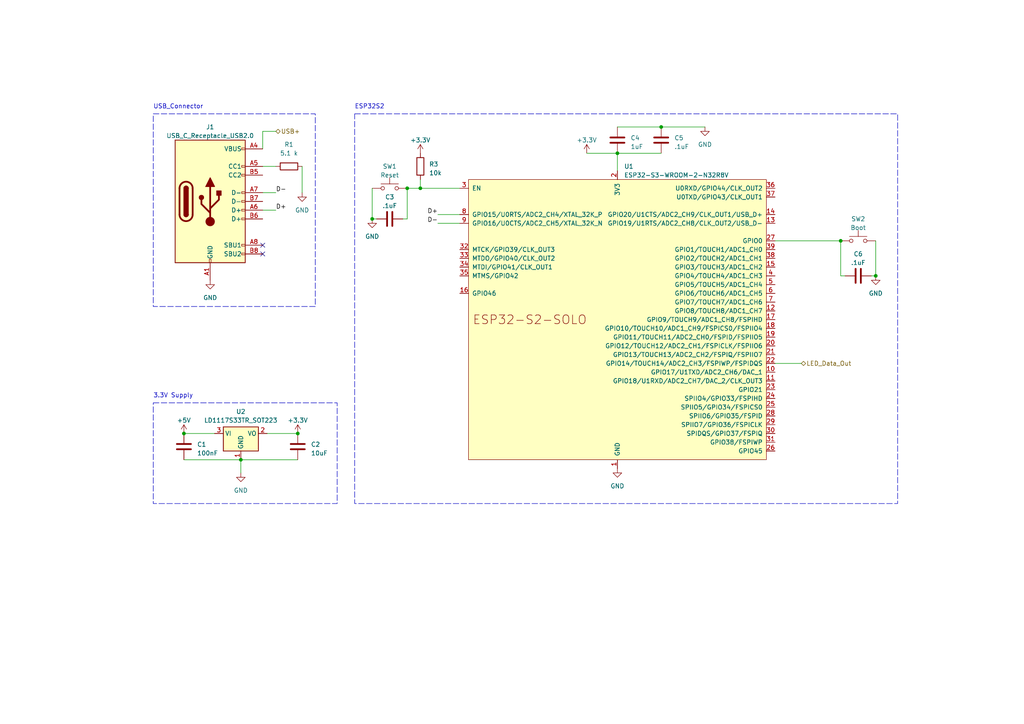
<source format=kicad_sch>
(kicad_sch (version 20231120) (generator "eeschema") (generator_version "8.0")
  (paper "A4")
  (lib_symbols
    (symbol "Connector:USB_C_Receptacle_USB2.0" (pin_names (offset 1.016))
      (property "Reference" "J1" (at 0 21.59 0))
      (property "Value" "USB_C_Receptacle_USB2.0" (at 0 19.05 0))
      (symbol "USB_C_Receptacle_USB2.0_0_0"
        (rectangle (start -0.254 -17.78) (end 0.254 -16.764))
        (rectangle (start 10.16 -14.986) (end 9.144 -15.494))
        (rectangle (start 10.16 -12.446) (end 9.144 -12.954))
        (rectangle (start 10.16 -4.826) (end 9.144 -5.334))
        (rectangle (start 10.16 -2.286) (end 9.144 -2.794))
        (rectangle (start 10.16 0.254) (end 9.144 -0.254))
        (rectangle (start 10.16 2.794) (end 9.144 2.286))
        (rectangle (start 10.16 7.874) (end 9.144 7.366))
        (rectangle (start 10.16 10.414) (end 9.144 9.906))
        (rectangle (start 10.16 15.494) (end 9.144 14.986))
      )
      (symbol "USB_C_Receptacle_USB2.0_0_1"
        (rectangle (start -10.16 17.78) (end 10.16 -17.78) (stroke (width 0.254)) (fill (type background)))
        (arc (start -8.89 -3.81) (mid -6.985 -5.7067) (end -5.08 -3.81) (stroke (width 0.508)))
        (arc (start -7.62 -3.81) (mid -6.985 -4.4423) (end -6.35 -3.81) (stroke (width 0.254)))
        (arc (start -7.62 -3.81) (mid -6.985 -4.4423) (end -6.35 -3.81) (stroke (width 0.254)) (fill (type outline)))
        (rectangle (start -7.62 -3.81) (end -6.35 3.81) (stroke (width 0.254)) (fill (type outline)))
        (arc (start -6.35 3.81) (mid -6.985 4.4423) (end -7.62 3.81) (stroke (width 0.254)))
        (arc (start -6.35 3.81) (mid -6.985 4.4423) (end -7.62 3.81) (stroke (width 0.254)) (fill (type outline)))
        (arc (start -5.08 3.81) (mid -6.985 5.7067) (end -8.89 3.81) (stroke (width 0.508)))
        (circle (center -2.54 1.143) (radius 0.635) (stroke (width 0.254)) (fill (type outline)))
        (circle (center 0 -5.842) (radius 1.27) (fill (type outline)))
        (polyline (pts (xy -8.89 -3.81) (xy -8.89 3.81)) (stroke (width 0.508)))
        (polyline (pts (xy -5.08 3.81) (xy -5.08 -3.81)) (stroke (width 0.508)))
        (polyline (pts (xy 0 -5.842) (xy 0 4.318)) (stroke (width 0.508)))
        (polyline (pts (xy 0 -3.302) (xy -2.54 -0.762) (xy -2.54 0.508)) (stroke (width 0.508)))
        (polyline (pts (xy 0 -2.032) (xy 2.54 0.508) (xy 2.54 1.778)) (stroke (width 0.508)))
        (polyline (pts (xy -1.27 4.318) (xy 0 6.858) (xy 1.27 4.318) (xy -1.27 4.318)) (stroke (width 0.254)) (fill (type outline)))
        (rectangle (start 1.905 1.778) (end 3.175 3.048) (stroke (width 0.254)) (fill (type outline)))
      )
      (symbol "USB_C_Receptacle_USB2.0_1_1"
        (pin passive line (at 0 -22.86 90) (length 5.08) (name "GND") (number "A1"))
        (pin passive line (at 0 -22.86 90) (length 5.08) hide (name "GND") (number "A12"))
        (pin passive line (at 15.24 15.24 180) (length 5.08) (name "VBUS") (number "A4"))
        (pin bidirectional line (at 15.24 10.16 180) (length 5.08) (name "CC1") (number "A5"))
        (pin bidirectional line (at 15.24 -2.54 180) (length 5.08) (name "D+") (number "A6"))
        (pin bidirectional line (at 15.24 2.54 180) (length 5.08) (name "D-") (number "A7"))
        (pin bidirectional line (at 15.24 -12.7 180) (length 5.08) (name "SBU1") (number "A8"))
        (pin passive line (at 15.24 15.24 180) (length 5.08) hide (name "VBUS") (number "A9"))
        (pin passive line (at 0 -22.86 90) (length 5.08) hide (name "GND") (number "B1"))
        (pin passive line (at 0 -22.86 90) (length 5.08) hide (name "GND") (number "B12"))
        (pin passive line (at 15.24 15.24 180) (length 5.08) hide (name "VBUS") (number "B4"))
        (pin bidirectional line (at 15.24 7.62 180) (length 5.08) (name "CC2") (number "B5"))
        (pin bidirectional line (at 15.24 -5.08 180) (length 5.08) (name "D+") (number "B6"))
        (pin bidirectional line (at 15.24 0 180) (length 5.08) (name "D-") (number "B7"))
        (pin bidirectional line (at 15.24 -15.24 180) (length 5.08) (name "SBU2") (number "B8"))
        (pin passive line (at 15.24 15.24 180) (length 5.08) hide (name "VBUS") (number "B9"))
      )
    )
    (symbol "Device:C" (pin_numbers hide) (pin_names (offset 0.254))
      (property "Reference" "C" (at 0.635 2.54 0))
      (property "Value" "C" (at 0.635 -2.54 0))
      (symbol "C_0_1"
        (polyline (pts (xy -2.032 -0.762) (xy 2.032 -0.762)) (stroke (width 0.508)))
        (polyline (pts (xy -2.032 0.762) (xy 2.032 0.762)) (stroke (width 0.508)))
      )
      (symbol "C_1_1"
        (pin passive line (at 0 3.81 270) (length 2.794) (name "~") (number "1"))
        (pin passive line (at 0 -3.81 90) (length 2.794) (name "~") (number "2"))
      )
    )
    (symbol "Device:R" (pin_numbers hide) (pin_names (offset 0))
      (property "Reference" "R" (at 2.032 0 90))
      (property "Value" "R" (at 0 0 90))
      (symbol "R_0_1"
        (rectangle (start -1.016 -2.54) (end 1.016 2.54) (stroke (width 0.254)))
      )
      (symbol "R_1_1"
        (pin passive line (at 0 3.81 270) (length 1.27) (name "~") (number "1"))
        (pin passive line (at 0 -3.81 90) (length 1.27) (name "~") (number "2"))
      )
    )
    (symbol "Regulator_Linear:LD1117S33TR_SOT223"
      (property "Reference" "U" (at -3.81 3.175 0))
      (property "Value" "LD1117S33TR_SOT223" (at 0 3.175 0))
      (symbol "LD1117S33TR_SOT223_0_1"
        (rectangle (start -5.08 -5.08) (end 5.08 1.905) (stroke (width 0.254)) (fill (type background)))
      )
      (symbol "LD1117S33TR_SOT223_1_1"
        (pin power_in line (at 0 -7.62 90) (length 2.54) (name "GND") (number "1"))
        (pin power_out line (at 7.62 0 180) (length 2.54) (name "VO") (number "2"))
        (pin power_in line (at -7.62 0 0) (length 2.54) (name "VI") (number "3"))
      )
    )
    (symbol "Switch:SW_Omron_B3FS" (pin_numbers hide) (pin_names (offset 1.016) hide)
      (property "Reference" "SW" (at 1.27 2.54 0))
      (property "Value" "SW_Omron_B3FS" (at 0 -1.524 0))
      (symbol "SW_Omron_B3FS_0_1"
        (circle (center -2.032 0) (radius 0.508))
        (polyline (pts (xy 0 1.27) (xy 0 3.048)))
        (polyline (pts (xy 2.54 1.27) (xy -2.54 1.27)))
        (circle (center 2.032 0) (radius 0.508))
        (pin passive line (at -5.08 0 0) (length 2.54) (name "1") (number "1"))
        (pin passive line (at 5.08 0 180) (length 2.54) (name "2") (number "2"))
      )
    )
    (symbol "esp32:ESP32-S2-SOLO" (pin_names (offset 1.016))
      (property "Reference" "U" (at -43.18 45.72 0))
      (property "Value" "ESP32-S2-SOLO" (at -43.18 43.18 0))
      (symbol "ESP32-S2-SOLO_0_1"
        (rectangle (start -43.18 40.64) (end 43.18 -40.64) (fill (type background)))
      )
      (symbol "ESP32-S2-SOLO_1_1"
        (text "ESP32-S2-SOLO" (at -25.4 0 0) (effects (font (size 2.54 2.54))))
        (pin power_in line (at 0 -43.18 90) (length 2.54) (name "GND") (number "1"))
        (pin bidirectional line (at 45.72 -15.24 180) (length 2.54) (name "GPIO17/U1TXD/ADC2_CH6/DAC_1") (number "10"))
        (pin bidirectional line (at 45.72 -17.78 180) (length 2.54) (name "GPIO18/U1RXD/ADC2_CH7/DAC_2/CLK_OUT3") (number "11"))
        (pin bidirectional line (at 45.72 2.54 180) (length 2.54) (name "GPIO8/TOUCH8/ADC1_CH7") (number "12"))
        (pin bidirectional line (at 45.72 27.94 180) (length 2.54) (name "GPIO19/U1RTS/ADC2_CH8/CLK_OUT2/USB_D-") (number "13"))
        (pin bidirectional line (at 45.72 30.48 180) (length 2.54) (name "GPIO20/U1CTS/ADC2_CH9/CLK_OUT1/USB_D+") (number "14"))
        (pin bidirectional line (at 45.72 15.24 180) (length 2.54) (name "GPIO3/TOUCH3/ADC1_CH2") (number "15"))
        (pin input line (at -45.72 7.62 0) (length 2.54) (name "GPIO46") (number "16"))
        (pin bidirectional line (at 45.72 0 180) (length 2.54) (name "GPIO9/TOUCH9/ADC1_CH8/FSPIHD") (number "17"))
        (pin bidirectional line (at 45.72 -2.54 180) (length 2.54) (name "GPIO10/TOUCH10/ADC1_CH9/FSPICS0/FSPIIO4") (number "18"))
        (pin bidirectional line (at 45.72 -5.08 180) (length 2.54) (name "GPIO11/TOUCH11/ADC2_CH0/FSPID/FSPIIO5") (number "19"))
        (pin power_in line (at 0 43.18 270) (length 2.54) (name "3V3") (number "2"))
        (pin bidirectional line (at 45.72 -7.62 180) (length 2.54) (name "GPIO12/TOUCH12/ADC2_CH1/FSPICLK/FSPIIO6") (number "20"))
        (pin bidirectional line (at 45.72 -10.16 180) (length 2.54) (name "GPIO13/TOUCH13/ADC2_CH2/FSPIQ/FSPIIO7") (number "21"))
        (pin bidirectional line (at 45.72 -12.7 180) (length 2.54) (name "GPIO14/TOUCH14/ADC2_CH3/FSPIWP/FSPIDQS") (number "22"))
        (pin bidirectional line (at 45.72 -20.32 180) (length 2.54) (name "GPIO21") (number "23"))
        (pin bidirectional line (at 45.72 -22.86 180) (length 2.54) (name "SPIIO4/GPIO33/FSPIHD") (number "24"))
        (pin bidirectional line (at 45.72 -25.4 180) (length 2.54) (name "SPIIO5/GPIO34/FSPICS0") (number "25"))
        (pin bidirectional line (at 45.72 -38.1 180) (length 2.54) (name "GPIO45") (number "26"))
        (pin bidirectional line (at 45.72 22.86 180) (length 2.54) (name "GPIO0") (number "27"))
        (pin bidirectional line (at 45.72 -27.94 180) (length 2.54) (name "SPIIO6/GPIO35/FSPID") (number "28"))
        (pin bidirectional line (at 45.72 -30.48 180) (length 2.54) (name "SPIIO7/GPIO36/FSPICLK") (number "29"))
        (pin bidirectional line (at -45.72 38.1 0) (length 2.54) (name "EN") (number "3"))
        (pin bidirectional line (at 45.72 -33.02 180) (length 2.54) (name "SPIDQS/GPIO37/FSPIQ") (number "30"))
        (pin bidirectional line (at 45.72 -35.56 180) (length 2.54) (name "GPIO38/FSPIWP") (number "31"))
        (pin bidirectional line (at -45.72 20.32 0) (length 2.54) (name "MTCK/GPIO39/CLK_OUT3") (number "32"))
        (pin bidirectional line (at -45.72 17.78 0) (length 2.54) (name "MTDO/GPIO40/CLK_OUT2") (number "33"))
        (pin bidirectional line (at -45.72 15.24 0) (length 2.54) (name "MTDI/GPIO41/CLK_OUT1") (number "34"))
        (pin bidirectional line (at -45.72 12.7 0) (length 2.54) (name "MTMS/GPIO42") (number "35"))
        (pin bidirectional line (at 45.72 38.1 180) (length 2.54) (name "U0RXD/GPIO44/CLK_OUT2") (number "36"))
        (pin bidirectional line (at 45.72 35.56 180) (length 2.54) (name "U0TXD/GPIO43/CLK_OUT1") (number "37"))
        (pin bidirectional line (at 45.72 17.78 180) (length 2.54) (name "GPIO2/TOUCH2/ADC1_CH1") (number "38"))
        (pin bidirectional line (at 45.72 20.32 180) (length 2.54) (name "GPIO1/TOUCH1/ADC1_CH0") (number "39"))
        (pin bidirectional line (at 45.72 12.7 180) (length 2.54) (name "GPIO4/TOUCH4/ADC1_CH3") (number "4"))
        (pin passive line (at 0 -43.18 90) (length 2.54) hide (name "GND") (number "40"))
        (pin passive line (at 0 -43.18 90) (length 2.54) hide (name "GND") (number "41"))
        (pin bidirectional line (at 45.72 10.16 180) (length 2.54) (name "GPIO5/TOUCH5/ADC1_CH4") (number "5"))
        (pin bidirectional line (at 45.72 7.62 180) (length 2.54) (name "GPIO6/TOUCH6/ADC1_CH5") (number "6"))
        (pin bidirectional line (at 45.72 5.08 180) (length 2.54) (name "GPIO7/TOUCH7/ADC1_CH6") (number "7"))
        (pin bidirectional line (at -45.72 30.48 0) (length 2.54) (name "GPIO15/U0RTS/ADC2_CH4/XTAL_32K_P") (number "8"))
        (pin bidirectional line (at -45.72 27.94 0) (length 2.54) (name "GPIO16/U0CTS/ADC2_CH5/XTAL_32K_N") (number "9"))
      )
    )
    (symbol "power:+3.3V" (power) (pin_names (offset 0))
      (property "Value" "+3.3V" (at 0 3.556 0))
      (symbol "+3.3V_0_1"
        (polyline (pts (xy -0.762 1.27) (xy 0 2.54)))
        (polyline (pts (xy 0 0) (xy 0 2.54)))
        (polyline (pts (xy 0 2.54) (xy 0.762 1.27)))
      )
      (symbol "+3.3V_1_1"
        (pin power_in line (at 0 0 90) (length 0) hide (name "+3.3V") (number "1"))
      )
    )
    (symbol "power:+5V" (power) (pin_names (offset 0))
      (property "Value" "+5V" (at 0 3.556 0))
      (symbol "+5V_0_1"
        (polyline (pts (xy -0.762 1.27) (xy 0 2.54)))
        (polyline (pts (xy 0 0) (xy 0 2.54)))
        (polyline (pts (xy 0 2.54) (xy 0.762 1.27)))
      )
      (symbol "+5V_1_1"
        (pin power_in line (at 0 0 90) (length 0) hide (name "+5V") (number "1"))
      )
    )
    (symbol "power:GND" (power) (pin_names (offset 0))
      (property "Value" "GND" (at 0 -3.81 0))
      (symbol "GND_0_1"
        (polyline (pts (xy 0 0) (xy 0 -1.27) (xy 1.27 -1.27) (xy 0 -2.54) (xy -1.27 -1.27) (xy 0 -1.27)))
      )
      (symbol "GND_1_1"
        (pin power_in line (at 0 0 270) (length 0) hide (name "GND") (number "1"))
      )
    )
  )
  (junction (at 107.95 63.5))
  (junction (at 254 80.01))
  (junction (at 69.85 133.35))
  (junction (at 179.07 44.45))
  (junction (at 191.77 36.83))
  (junction (at 86.36 125.73))
  (junction (at 53.34 125.73))
  (junction (at 118.11 54.61))
  (junction (at 243.84 69.85))
  (junction (at 121.92 54.61))
  (no_connect (at 76.2 73.66))
  (no_connect (at 76.2 71.12))
  (wire (pts (xy 76.2 60.96) (xy 80.01 60.96)))
  (wire (pts (xy 179.07 44.45) (xy 179.07 49.53)))
  (wire (pts (xy 69.85 133.35) (xy 86.36 133.35)))
  (wire (pts (xy 179.07 36.83) (xy 191.77 36.83)))
  (wire (pts (xy 80.01 55.88) (xy 76.2 55.88)))
  (wire (pts (xy 76.2 43.18) (xy 76.2 38.1)))
  (wire (pts (xy 191.77 36.83) (xy 204.47 36.83)))
  (wire (pts (xy 127 64.77) (xy 133.35 64.77)))
  (wire (pts (xy 118.11 54.61) (xy 118.11 63.5)))
  (wire (pts (xy 121.92 54.61) (xy 118.11 54.61)))
  (wire (pts (xy 121.92 54.61) (xy 133.35 54.61)))
  (wire (pts (xy 224.79 69.85) (xy 243.84 69.85)))
  (wire (pts (xy 109.22 63.5) (xy 107.95 63.5)))
  (wire (pts (xy 76.2 38.1) (xy 80.01 38.1)))
  (wire (pts (xy 179.07 44.45) (xy 191.77 44.45)))
  (wire (pts (xy 245.11 80.01) (xy 243.84 80.01)))
  (wire (pts (xy 232.41 105.41) (xy 224.79 105.41)))
  (wire (pts (xy 87.63 48.26) (xy 87.63 55.88)))
  (wire (pts (xy 121.92 52.07) (xy 121.92 54.61)))
  (wire (pts (xy 254 80.01) (xy 252.73 80.01)))
  (wire (pts (xy 107.95 63.5) (xy 107.95 54.61)))
  (wire (pts (xy 69.85 133.35) (xy 69.85 137.16)))
  (wire (pts (xy 77.47 125.73) (xy 86.36 125.73)))
  (wire (pts (xy 76.2 48.26) (xy 80.01 48.26)))
  (wire (pts (xy 127 62.23) (xy 133.35 62.23)))
  (wire (pts (xy 53.34 133.35) (xy 69.85 133.35)))
  (wire (pts (xy 243.84 69.85) (xy 243.84 80.01)))
  (wire (pts (xy 170.18 44.45) (xy 179.07 44.45)))
  (wire (pts (xy 254 69.85) (xy 254 80.01)))
  (wire (pts (xy 116.84 63.5) (xy 118.11 63.5)))
  (wire (pts (xy 53.34 125.73) (xy 62.23 125.73)))
  (rectangle (start 44.45 116.84) (end 97.79 146.05) (stroke (width 0) (type dash)))
  (rectangle (start 102.87 33.02) (end 260.35 146.05) (stroke (width 0) (type dash)))
  (rectangle (start 44.45 33.02) (end 91.44 88.9) (stroke (width 0) (type dash)))
  (text "3.3V Supply" (at 44.45 115.57 0) (effects (font (size 1.27 1.27)) (justify left bottom)))
  (text "ESP32S2" (at 102.87 31.75 0) (effects (font (size 1.27 1.27)) (justify left bottom)))
  (text "USB_Connector" (at 44.45 31.75 0) (effects (font (size 1.27 1.27)) (justify left bottom)))
  (label "D-" (at 127 64.77 180))
  (label "D+" (at 80.01 60.96 0))
  (label "D-" (at 80.01 55.88 0))
  (label "D+" (at 127 62.23 180))
  (hierarchical_label "LED_Data_Out" (shape bidirectional) (at 232.41 105.41 0))
  (hierarchical_label "USB+" (shape bidirectional) (at 80.01 38.1 0))
  (symbol (lib_id "Device:C") (at 179.07 40.64 0) (unit 1)
    (property "Reference" "C4" (at 182.88 40.005 0) (effects (justify left)))
    (property "Value" "1uF" (at 182.88 42.545 0) (effects (justify left)))
    (property "Footprint" "Capacitor_SMD:C_0603_1608Metric" (effects (hide yes)))
  )
  (symbol (lib_id "power:GND") (at 60.96 81.28 0) (unit 1)
    (property "Reference" "#PWR02" (effects (hide yes)))
    (property "Value" "GND" (at 60.96 86.36 0))
  )
  (symbol (lib_id "Switch:SW_Omron_B3FS") (at 113.03 54.61 0) (unit 1)
    (property "Reference" "SW1" (at 113.03 48.26 0))
    (property "Value" "Reset" (at 113.03 50.8 0))
    (property "Footprint" "Footprints:SOIC_FS-1000P_OMR" (effects (hide yes)))
    (property "Datasheet" "https://omronfs.omron.com/en_US/ecb/products/pdf/en-b3fs.pdf" (effects (hide yes)))
  )
  (symbol (lib_id "power:GND") (at 69.85 137.16 0) (unit 1)
    (property "Reference" "#PWR03" (effects (hide yes)))
    (property "Value" "GND" (at 69.85 142.24 0))
  )
  (symbol (lib_id "Device:C") (at 113.03 63.5 90) (unit 1)
    (property "Reference" "C3" (at 113.03 57.15 90))
    (property "Value" ".1uF" (at 113.03 59.69 90))
    (property "Footprint" "Capacitor_SMD:C_0603_1608Metric" (effects (hide yes)))
  )
  (symbol (lib_id "Switch:SW_Omron_B3FS") (at 248.92 69.85 0) (unit 1)
    (property "Reference" "SW2" (at 248.92 63.5 0))
    (property "Value" "Boot" (at 248.92 66.04 0))
    (property "Footprint" "Footprints:SOIC_FS-1000P_OMR" (effects (hide yes)))
    (property "Datasheet" "https://omronfs.omron.com/en_US/ecb/products/pdf/en-b3fs.pdf" (effects (hide yes)))
  )
  (symbol (lib_id "power:GND") (at 204.47 36.83 0) (unit 1)
    (property "Reference" "#PWR011" (effects (hide yes)))
    (property "Value" "GND" (at 204.47 41.91 0))
  )
  (symbol (lib_id "Device:C") (at 248.92 80.01 90) (unit 1)
    (property "Reference" "C6" (at 248.92 73.66 90))
    (property "Value" ".1uF" (at 248.92 76.2 90))
    (property "Footprint" "Capacitor_SMD:C_0603_1608Metric" (effects (hide yes)))
  )
  (symbol (lib_id "Device:C") (at 53.34 129.54 0) (unit 1)
    (property "Reference" "C1" (at 57.15 128.905 0) (effects (justify left)))
    (property "Value" "100nF" (at 57.15 131.445 0) (effects (justify left)))
    (property "Footprint" "Capacitor_SMD:C_0603_1608Metric" (effects (hide yes)))
  )
  (symbol (lib_id "power:+3.3V") (at 121.92 44.45 0) (unit 1)
    (property "Reference" "#PWR08" (effects (hide yes)))
    (property "Value" "+3.3V" (at 121.92 40.64 0))
  )
  (symbol (lib_id "power:+3.3V") (at 86.36 125.73 0) (unit 1)
    (property "Reference" "#PWR05" (effects (hide yes)))
    (property "Value" "+3.3V" (at 86.36 121.92 0))
  )
  (symbol (lib_id "power:+3.3V") (at 170.18 44.45 0) (unit 1)
    (property "Reference" "#PWR09" (effects (hide yes)))
    (property "Value" "+3.3V" (at 170.18 40.64 0))
  )
  (symbol (lib_id "Device:R") (at 83.82 48.26 90) (unit 1)
    (property "Reference" "R1" (at 83.82 41.91 90))
    (property "Value" "5.1 k" (at 83.82 44.45 90))
    (property "Footprint" "Resistor_SMD:R_0603_1608Metric" (effects (hide yes)))
  )
  (symbol (lib_id "power:GND") (at 107.95 63.5 0) (unit 1)
    (property "Reference" "#PWR07" (effects (hide yes)))
    (property "Value" "GND" (at 107.95 68.58 0))
  )
  (symbol (lib_id "Connector:USB_C_Receptacle_USB2.0") (at 60.96 58.42 0) (unit 1)
    (property "Reference" "J1" (at 60.96 36.83 0))
    (property "Value" "USB_C_Receptacle_USB2.0" (at 60.96 39.37 0))
    (property "Footprint" "Footprints:CUI_UJ31-CH-G2-SMT-TR" (effects (hide yes)))
    (property "Datasheet" "https://www.usb.org/sites/default/files/documents/usb_type-c.zip" (effects (hide yes)))
    (property "Digikey" "https://www.digikey.com/en/products/detail/jae-electronics/dx07s016ja1r1500/11585731" (effects (hide yes)))
  )
  (symbol (lib_id "esp32:ESP32-S2-SOLO") (at 179.07 92.71 0) (unit 1)
    (property "Reference" "U1" (at 181.0259 48.26 0) (effects (justify left)))
    (property "Value" "ESP32-S3-WROOM-2-N32R8V" (at 181.0259 50.8 0) (effects (justify left)))
    (property "Footprint" "RF_Module:ESP32-S3-WROOM-2" (effects (hide yes)))
    (property "Datasheet" "https://www.espressif.com/sites/default/files/documentation/esp32-s2-solo_esp32-s2-solo-u_datasheet_en.pdf" (effects (hide yes)))
  )
  (symbol (lib_id "Device:C") (at 191.77 40.64 0) (unit 1)
    (property "Reference" "C5" (at 195.58 40.005 0) (effects (justify left)))
    (property "Value" ".1uF" (at 195.58 42.545 0) (effects (justify left)))
    (property "Footprint" "Capacitor_SMD:C_0603_1608Metric" (effects (hide yes)))
  )
  (symbol (lib_id "Device:R") (at 121.92 48.26 0) (unit 1)
    (property "Reference" "R3" (at 124.46 47.625 0) (effects (justify left)))
    (property "Value" "10k" (at 124.46 50.165 0) (effects (justify left)))
    (property "Footprint" "Resistor_SMD:R_0603_1608Metric" (effects (hide yes)))
  )
  (symbol (lib_id "Regulator_Linear:LD1117S33TR_SOT223") (at 69.85 125.73 0) (unit 1)
    (property "Reference" "U2" (at 69.85 119.38 0))
    (property "Value" "LD1117S33TR_SOT223" (at 69.85 121.92 0))
    (property "Footprint" "Package_TO_SOT_SMD:SOT-223-3_TabPin2" (effects (hide yes)))
    (property "Datasheet" "http://www.st.com/st-web-ui/static/active/en/resource/technical/document/datasheet/CD00000544.pdf" (effects (hide yes)))
  )
  (symbol (lib_id "Device:C") (at 86.36 129.54 0) (unit 1)
    (property "Reference" "C2" (at 90.17 128.905 0) (effects (justify left)))
    (property "Value" "10uF" (at 90.17 131.445 0) (effects (justify left)))
    (property "Footprint" "Capacitor_SMD:C_0603_1608Metric" (effects (hide yes)))
  )
  (symbol (lib_id "power:GND") (at 254 80.01 0) (unit 1)
    (property "Reference" "#PWR012" (effects (hide yes)))
    (property "Value" "GND" (at 254 85.09 0))
  )
  (symbol (lib_id "power:GND") (at 179.07 135.89 0) (unit 1)
    (property "Reference" "#PWR010" (effects (hide yes)))
    (property "Value" "GND" (at 179.07 140.97 0))
  )
  (symbol (lib_id "power:+5V") (at 53.34 125.73 0) (unit 1)
    (property "Reference" "#PWR01" (effects (hide yes)))
    (property "Value" "+5V" (at 53.34 121.92 0))
  )
  (symbol (lib_id "power:GND") (at 87.63 55.88 0) (unit 1)
    (property "Reference" "#PWR06" (effects (hide yes)))
    (property "Value" "GND" (at 87.63 60.96 0))
  )
)
</source>
